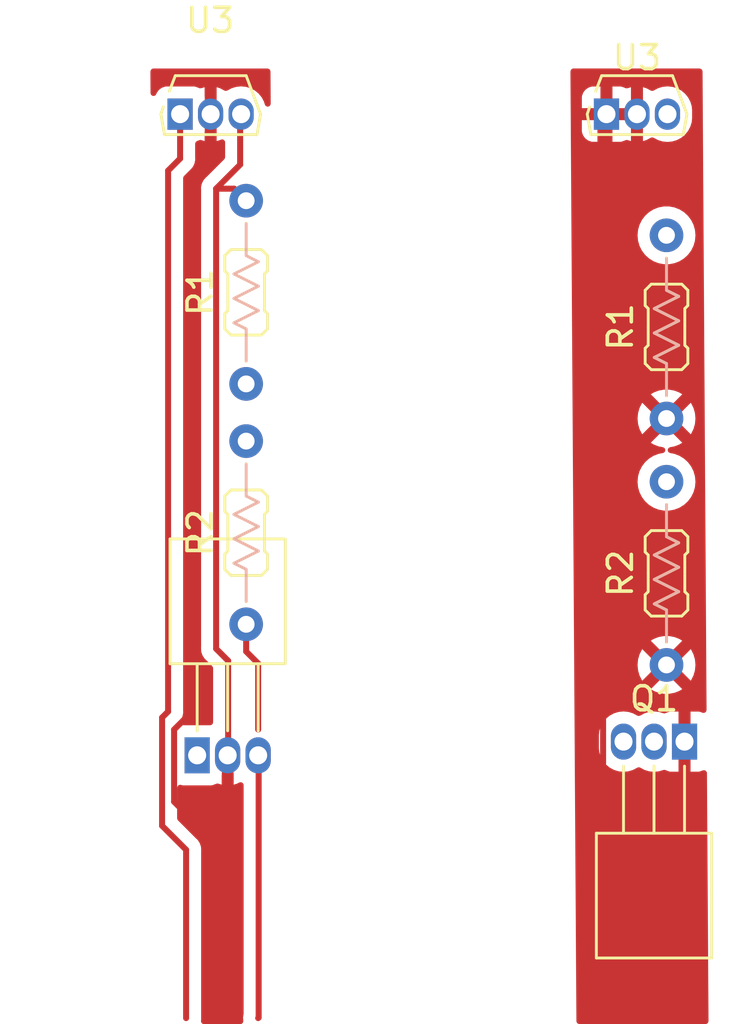
<source format=kicad_pcb>
(kicad_pcb (version 20221018) (generator pcbnew)
  (layers (0 "F.Cu" signal) (31 "B.Cu" signal) (34 "B.Paste" user) (35 "F.Paste" user) (36 "B.SilkS" user "B.Silkscreen") (37 "F.SilkS" user "F.Silkscreen") (38 "B.Mask" user) (39 "F.Mask" user) (44 "Edge.Cuts" user))
  (net 0 "")
  (net 1 "+5V")
  (net 2 "OUT")
  (net 3 "Net-(Q1-B)")
  (net 4 "GND")
  (footprint "Package_TO_SOT_THT:TO-92S" (layer "F.Cu") (at 94.65 47.9)
    (fp_text reference "U3" (at 1.25 -3.9) (layer "F.SilkS"))
    (fp_text value "A3144E")
    (fp_line (start -0.8 0) (end -0.65 0.85) (stroke (width 0.12)) (layer "F.SilkS"))
    (fp_line (start -0.7 -0.3) (end -0.8 0) (stroke (width 0.12)) (layer "F.SilkS"))
    (fp_line (start -0.65 0.85) (end 3.2 0.85) (stroke (width 0.12)) (layer "F.SilkS"))
    (fp_line (start -0.2 -1.6) (end -0.45 -0.95) (stroke (width 0.12)) (layer "F.SilkS"))
    (fp_line (start 2.75 -1.6) (end -0.2 -1.6) (stroke (width 0.12)) (layer "F.SilkS"))
    (fp_line (start 3.2 0.85) (end 3.35 0) (stroke (width 0.12)) (layer "F.SilkS"))
    (fp_line (start 3.35 0) (end 2.75 -1.6) (stroke (width 0.12)) (layer "F.SilkS"))
    (pad "1" thru_hole rect (at 0 0) (size 1.05 1.3) (drill 0.75) (layers "*.Cu" "*.Mask") (net 1 "+5V"))
    (pad "2" thru_hole oval (at 1.27 0) (size 1.05 1.3) (drill 0.75) (layers "*.Cu" "*.Mask") (net 4 "GND"))
    (pad "3" thru_hole oval (at 2.54 0) (size 1.05 1.3) (drill 0.75) (layers "*.Cu" "*.Mask") (net 3 "Net-(Q1-B)"))
  )
  (footprint "PCM_Resistor_THT_US_AKL_Double:R_Axial_DIN0204_L3.6mm_D1.6mm_P7.62mm_Horizontal" (layer "F.Cu") (at 97.4 69.12 90)
    (fp_text reference "R2" (at 3.81 -1.92 90) (layer "F.SilkS"))
    (fp_text value "0R_0603" hide)
    (fp_line (start 2.286 0) (end 0.9525 0) (stroke (width 0.12)) (layer "B.SilkS"))
    (fp_line (start 2.286 0) (end 2.54 -0.508) (stroke (width 0.12)) (layer "B.SilkS"))
    (fp_line (start 2.54 -0.508) (end 3.048 0.508) (stroke (width 0.12)) (layer "B.SilkS"))
    (fp_line (start 3.048 0.508) (end 3.556 -0.508) (stroke (width 0.12)) (layer "B.SilkS"))
    (fp_line (start 3.556 -0.508) (end 4.064 0.508) (stroke (width 0.12)) (layer "B.SilkS"))
    (fp_line (start 4.064 0.508) (end 4.572 -0.508) (stroke (width 0.12)) (layer "B.SilkS"))
    (fp_line (start 4.572 -0.508) (end 5.08 0.508) (stroke (width 0.12)) (layer "B.SilkS"))
    (fp_line (start 5.08 0.508) (end 5.334 0) (stroke (width 0.12)) (layer "B.SilkS"))
    (fp_line (start 5.334 0) (end 6.6675 0) (stroke (width 0.12)) (layer "B.SilkS"))
    (fp_line (start 0.94 0) (end 1.89 0) (stroke (width 0.12)) (layer "F.SilkS"))
    (fp_line (start 1.89 0) (end 2.032 0) (stroke (width 0.12)) (layer "F.SilkS"))
    (fp_line (start 2.032 -0.635) (end 2.286 -0.889) (stroke (width 0.12)) (layer "F.SilkS"))
    (fp_line (start 2.032 0.635) (end 2.032 -0.635) (stroke (width 0.12)) (layer "F.SilkS"))
    (fp_line (start 2.032 0.635) (end 2.286 0.889) (stroke (width 0.12)) (layer "F.SilkS"))
    (fp_line (start 2.286 -0.889) (end 2.921 -0.889) (stroke (width 0.12)) (layer "F.SilkS"))
    (fp_line (start 2.286 0) (end 2.032 0) (stroke (width 0.12)) (layer "F.SilkS"))
    (fp_line (start 2.286 0) (end 2.54 -0.508) (stroke (width 0.12)) (layer "F.SilkS"))
    (fp_line (start 2.286 0.889) (end 2.921 0.889) (stroke (width 0.12)) (layer "F.SilkS"))
    (fp_line (start 2.54 -0.508) (end 3.048 0.508) (stroke (width 0.12)) (layer "F.SilkS"))
    (fp_line (start 2.921 -0.889) (end 3.048 -0.762) (stroke (width 0.12)) (layer "F.SilkS"))
    (fp_line (start 2.921 0.889) (end 3.048 0.762) (stroke (width 0.12)) (layer "F.SilkS"))
    (fp_line (start 3.048 -0.762) (end 3.81 -0.762) (stroke (width 0.12)) (layer "F.SilkS"))
    (fp_line (start 3.048 0.508) (end 3.556 -0.508) (stroke (width 0.12)) (layer "F.SilkS"))
    (fp_line (start 3.048 0.762) (end 3.81 0.762) (stroke (width 0.12)) (layer "F.SilkS"))
    (fp_line (start 3.556 -0.508) (end 4.064 0.508) (stroke (width 0.12)) (layer "F.SilkS"))
    (fp_line (start 4.064 0.508) (end 4.572 -0.508) (stroke (width 0.12)) (layer "F.SilkS"))
    (fp_line (start 4.572 -0.762) (end 3.81 -0.762) (stroke (width 0.12)) (layer "F.SilkS"))
    (fp_line (start 4.572 -0.508) (end 5.08 0.508) (stroke (width 0.12)) (layer "F.SilkS"))
    (fp_line (start 4.572 0.762) (end 3.81 0.762) (stroke (width 0.12)) (layer "F.SilkS"))
    (fp_line (start 4.699 -0.889) (end 4.572 -0.762) (stroke (width 0.12)) (layer "F.SilkS"))
    (fp_line (start 4.699 0.889) (end 4.572 0.762) (stroke (width 0.12)) (layer "F.SilkS"))
    (fp_line (start 5.08 0.508) (end 5.334 0) (stroke (width 0.12)) (layer "F.SilkS"))
    (fp_line (start 5.334 -0.889) (end 4.699 -0.889) (stroke (width 0.12)) (layer "F.SilkS"))
    (fp_line (start 5.334 0) (end 5.588 0) (stroke (width 0.12)) (layer "F.SilkS"))
    (fp_line (start 5.334 0.889) (end 4.699 0.889) (stroke (width 0.12)) (layer "F.SilkS"))
    (fp_line (start 5.588 -0.635) (end 5.334 -0.889) (stroke (width 0.12)) (layer "F.SilkS"))
    (fp_line (start 5.588 -0.635) (end 5.588 0.635) (stroke (width 0.12)) (layer "F.SilkS"))
    (fp_line (start 5.588 0.635) (end 5.334 0.889) (stroke (width 0.12)) (layer "F.SilkS"))
    (fp_line (start 5.715 0) (end 5.588 0) (stroke (width 0.12)) (layer "F.SilkS"))
    (fp_line (start 6.68 0) (end 5.73 0) (stroke (width 0.12)) (layer "F.SilkS"))
    (pad "1" thru_hole circle (at 0 0 90) (size 1.4 1.4) (drill 0.7) (layers "*.Cu" "*.Mask") (net 1 "+5V"))
    (pad "2" thru_hole oval (at 7.62 0 90) (size 1.4 1.4) (drill 0.7) (layers "*.Cu" "*.Mask") (net 2 "OUT"))
  )
  (footprint "Package_TO_SOT_THT:TO-92_Inline_Horizontal2" (layer "F.Cu") (at 95.36 74.57)
    (fp_text reference "Q1" hide)
    (fp_text value "2N2222A")
    (fp_line (start -1.13 -9) (end -1.13 -3.81) (stroke (width 0.12)) (layer "F.SilkS"))
    (fp_line (start -1.13 -3.81) (end 3.67 -3.81) (stroke (width 0.12)) (layer "F.SilkS"))
    (fp_line (start 0 -1.02) (end 0 -3.81) (stroke (width 0.12)) (layer "F.SilkS"))
    (fp_line (start 1.27 -1.02) (end 1.27 -3.81) (stroke (width 0.12)) (layer "F.SilkS"))
    (fp_line (start 2.54 -1.02) (end 2.54 -3.81) (stroke (width 0.12)) (layer "F.SilkS"))
    (fp_line (start 3.67 -9) (end -1.13 -9) (stroke (width 0.12)) (layer "F.SilkS"))
    (fp_line (start 3.67 -3.81) (end 3.67 -9) (stroke (width 0.12)) (layer "F.SilkS"))
    (pad "1" thru_hole rect (at 0 0) (size 1.05 1.5) (drill 0.75) (layers "*.Cu" "*.Mask") (net 1 "+5V"))
    (pad "2" thru_hole oval (at 1.27 0) (size 1.05 1.5) (drill 0.75) (layers "*.Cu" "*.Mask") (net 4 "GND"))
    (pad "3" thru_hole oval (at 2.54 0) (size 1.05 1.5) (drill 0.75) (layers "*.Cu" "*.Mask") (net 2 "OUT"))
  )
  (footprint "Package_TO_SOT_THT:TO-92_Inline_Horizontal2" (layer "F.Cu") (at 115.65 74 180)
    (fp_text reference "Q1" (at 1.27 1.78) (layer "F.SilkS"))
    (fp_text value "2N2222A")
    (fp_line (start -1.13 -9) (end -1.13 -3.81) (stroke (width 0.12)) (layer "F.SilkS"))
    (fp_line (start -1.13 -3.81) (end 3.67 -3.81) (stroke (width 0.12)) (layer "F.SilkS"))
    (fp_line (start 0 -1.02) (end 0 -3.81) (stroke (width 0.12)) (layer "F.SilkS"))
    (fp_line (start 1.27 -1.02) (end 1.27 -3.81) (stroke (width 0.12)) (layer "F.SilkS"))
    (fp_line (start 2.54 -1.02) (end 2.54 -3.81) (stroke (width 0.12)) (layer "F.SilkS"))
    (fp_line (start 3.67 -9) (end -1.13 -9) (stroke (width 0.12)) (layer "F.SilkS"))
    (fp_line (start 3.67 -3.81) (end 3.67 -9) (stroke (width 0.12)) (layer "F.SilkS"))
    (pad "1" thru_hole rect (at 0 0 180) (size 1.05 1.5) (drill 0.75) (layers "*.Cu" "*.Mask") (net 1 "+5V"))
    (pad "2" thru_hole oval (at 1.27 0 180) (size 1.05 1.5) (drill 0.75) (layers "*.Cu" "*.Mask") (net 3 "Net-(Q1-B)"))
    (pad "3" thru_hole oval (at 2.54 0 180) (size 1.05 1.5) (drill 0.75) (layers "*.Cu" "*.Mask") (net 2 "OUT"))
  )
  (footprint "Package_TO_SOT_THT:TO-92S" (layer "F.Cu") (at 112.4 47.9)
    (fp_text reference "U3" (at 1.27 -2.35) (layer "F.SilkS"))
    (fp_text value "A3144E")
    (fp_line (start -0.8 0) (end -0.65 0.85) (stroke (width 0.12)) (layer "F.SilkS"))
    (fp_line (start -0.7 -0.3) (end -0.8 0) (stroke (width 0.12)) (layer "F.SilkS"))
    (fp_line (start -0.65 0.85) (end 3.2 0.85) (stroke (width 0.12)) (layer "F.SilkS"))
    (fp_line (start -0.2 -1.6) (end -0.45 -0.95) (stroke (width 0.12)) (layer "F.SilkS"))
    (fp_line (start 2.75 -1.6) (end -0.2 -1.6) (stroke (width 0.12)) (layer "F.SilkS"))
    (fp_line (start 3.2 0.85) (end 3.35 0) (stroke (width 0.12)) (layer "F.SilkS"))
    (fp_line (start 3.35 0) (end 2.75 -1.6) (stroke (width 0.12)) (layer "F.SilkS"))
    (pad "1" thru_hole rect (at 0 0) (size 1.05 1.3) (drill 0.75) (layers "*.Cu" "*.Mask") (net 1 "+5V"))
    (pad "2" thru_hole oval (at 1.27 0) (size 1.05 1.3) (drill 0.75) (layers "*.Cu" "*.Mask") (net 1 "+5V"))
    (pad "3" thru_hole oval (at 2.54 0) (size 1.05 1.3) (drill 0.75) (layers "*.Cu" "*.Mask") (net 3 "Net-(Q1-B)"))
  )
  (footprint "PCM_Resistor_THT_US_AKL_Double:R_Axial_DIN0204_L3.6mm_D1.6mm_P7.62mm_Horizontal" (layer "F.Cu") (at 97.4 59.12 90)
    (fp_text reference "R1" (at 3.81 -1.92 90) (layer "F.SilkS"))
    (fp_text value "0R_0603" hide)
    (fp_line (start 2.286 0) (end 0.9525 0) (stroke (width 0.12)) (layer "B.SilkS"))
    (fp_line (start 2.286 0) (end 2.54 -0.508) (stroke (width 0.12)) (layer "B.SilkS"))
    (fp_line (start 2.54 -0.508) (end 3.048 0.508) (stroke (width 0.12)) (layer "B.SilkS"))
    (fp_line (start 3.048 0.508) (end 3.556 -0.508) (stroke (width 0.12)) (layer "B.SilkS"))
    (fp_line (start 3.556 -0.508) (end 4.064 0.508) (stroke (width 0.12)) (layer "B.SilkS"))
    (fp_line (start 4.064 0.508) (end 4.572 -0.508) (stroke (width 0.12)) (layer "B.SilkS"))
    (fp_line (start 4.572 -0.508) (end 5.08 0.508) (stroke (width 0.12)) (layer "B.SilkS"))
    (fp_line (start 5.08 0.508) (end 5.334 0) (stroke (width 0.12)) (layer "B.SilkS"))
    (fp_line (start 5.334 0) (end 6.6675 0) (stroke (width 0.12)) (layer "B.SilkS"))
    (fp_line (start 0.94 0) (end 1.89 0) (stroke (width 0.12)) (layer "F.SilkS"))
    (fp_line (start 1.89 0) (end 2.032 0) (stroke (width 0.12)) (layer "F.SilkS"))
    (fp_line (start 2.032 -0.635) (end 2.286 -0.889) (stroke (width 0.12)) (layer "F.SilkS"))
    (fp_line (start 2.032 0.635) (end 2.032 -0.635) (stroke (width 0.12)) (layer "F.SilkS"))
    (fp_line (start 2.032 0.635) (end 2.286 0.889) (stroke (width 0.12)) (layer "F.SilkS"))
    (fp_line (start 2.286 -0.889) (end 2.921 -0.889) (stroke (width 0.12)) (layer "F.SilkS"))
    (fp_line (start 2.286 0) (end 2.032 0) (stroke (width 0.12)) (layer "F.SilkS"))
    (fp_line (start 2.286 0) (end 2.54 -0.508) (stroke (width 0.12)) (layer "F.SilkS"))
    (fp_line (start 2.286 0.889) (end 2.921 0.889) (stroke (width 0.12)) (layer "F.SilkS"))
    (fp_line (start 2.54 -0.508) (end 3.048 0.508) (stroke (width 0.12)) (layer "F.SilkS"))
    (fp_line (start 2.921 -0.889) (end 3.048 -0.762) (stroke (width 0.12)) (layer "F.SilkS"))
    (fp_line (start 2.921 0.889) (end 3.048 0.762) (stroke (width 0.12)) (layer "F.SilkS"))
    (fp_line (start 3.048 -0.762) (end 3.81 -0.762) (stroke (width 0.12)) (layer "F.SilkS"))
    (fp_line (start 3.048 0.508) (end 3.556 -0.508) (stroke (width 0.12)) (layer "F.SilkS"))
    (fp_line (start 3.048 0.762) (end 3.81 0.762) (stroke (width 0.12)) (layer "F.SilkS"))
    (fp_line (start 3.556 -0.508) (end 4.064 0.508) (stroke (width 0.12)) (layer "F.SilkS"))
    (fp_line (start 4.064 0.508) (end 4.572 -0.508) (stroke (width 0.12)) (layer "F.SilkS"))
    (fp_line (start 4.572 -0.762) (end 3.81 -0.762) (stroke (width 0.12)) (layer "F.SilkS"))
    (fp_line (start 4.572 -0.508) (end 5.08 0.508) (stroke (width 0.12)) (layer "F.SilkS"))
    (fp_line (start 4.572 0.762) (end 3.81 0.762) (stroke (width 0.12)) (layer "F.SilkS"))
    (fp_line (start 4.699 -0.889) (end 4.572 -0.762) (stroke (width 0.12)) (layer "F.SilkS"))
    (fp_line (start 4.699 0.889) (end 4.572 0.762) (stroke (width 0.12)) (layer "F.SilkS"))
    (fp_line (start 5.08 0.508) (end 5.334 0) (stroke (width 0.12)) (layer "F.SilkS"))
    (fp_line (start 5.334 -0.889) (end 4.699 -0.889) (stroke (width 0.12)) (layer "F.SilkS"))
    (fp_line (start 5.334 0) (end 5.588 0) (stroke (width 0.12)) (layer "F.SilkS"))
    (fp_line (start 5.334 0.889) (end 4.699 0.889) (stroke (width 0.12)) (layer "F.SilkS"))
    (fp_line (start 5.588 -0.635) (end 5.334 -0.889) (stroke (width 0.12)) (layer "F.SilkS"))
    (fp_line (start 5.588 -0.635) (end 5.588 0.635) (stroke (width 0.12)) (layer "F.SilkS"))
    (fp_line (start 5.588 0.635) (end 5.334 0.889) (stroke (width 0.12)) (layer "F.SilkS"))
    (fp_line (start 5.715 0) (end 5.588 0) (stroke (width 0.12)) (layer "F.SilkS"))
    (fp_line (start 6.68 0) (end 5.73 0) (stroke (width 0.12)) (layer "F.SilkS"))
    (pad "1" thru_hole circle (at 0 0 90) (size 1.4 1.4) (drill 0.7) (layers "*.Cu" "*.Mask") (net 1 "+5V"))
    (pad "2" thru_hole oval (at 7.62 0 90) (size 1.4 1.4) (drill 0.7) (layers "*.Cu" "*.Mask") (net 3 "Net-(Q1-B)"))
  )
  (footprint "PCM_Resistor_THT_US_AKL_Double:R_Axial_DIN0204_L3.6mm_D1.6mm_P7.62mm_Horizontal" (layer "F.Cu") (at 114.9 70.81 90)
    (fp_text reference "R2" (at 3.81 -1.92 90) (layer "F.SilkS"))
    (fp_text value "0R_0603" hide)
    (fp_line (start 2.286 0) (end 0.9525 0) (stroke (width 0.12)) (layer "B.SilkS"))
    (fp_line (start 2.286 0) (end 2.54 -0.508) (stroke (width 0.12)) (layer "B.SilkS"))
    (fp_line (start 2.54 -0.508) (end 3.048 0.508) (stroke (width 0.12)) (layer "B.SilkS"))
    (fp_line (start 3.048 0.508) (end 3.556 -0.508) (stroke (width 0.12)) (layer "B.SilkS"))
    (fp_line (start 3.556 -0.508) (end 4.064 0.508) (stroke (width 0.12)) (layer "B.SilkS"))
    (fp_line (start 4.064 0.508) (end 4.572 -0.508) (stroke (width 0.12)) (layer "B.SilkS"))
    (fp_line (start 4.572 -0.508) (end 5.08 0.508) (stroke (width 0.12)) (layer "B.SilkS"))
    (fp_line (start 5.08 0.508) (end 5.334 0) (stroke (width 0.12)) (layer "B.SilkS"))
    (fp_line (start 5.334 0) (end 6.6675 0) (stroke (width 0.12)) (layer "B.SilkS"))
    (fp_line (start 0.94 0) (end 1.89 0) (stroke (width 0.12)) (layer "F.SilkS"))
    (fp_line (start 1.89 0) (end 2.032 0) (stroke (width 0.12)) (layer "F.SilkS"))
    (fp_line (start 2.032 -0.635) (end 2.286 -0.889) (stroke (width 0.12)) (layer "F.SilkS"))
    (fp_line (start 2.032 0.635) (end 2.032 -0.635) (stroke (width 0.12)) (layer "F.SilkS"))
    (fp_line (start 2.032 0.635) (end 2.286 0.889) (stroke (width 0.12)) (layer "F.SilkS"))
    (fp_line (start 2.286 -0.889) (end 2.921 -0.889) (stroke (width 0.12)) (layer "F.SilkS"))
    (fp_line (start 2.286 0) (end 2.032 0) (stroke (width 0.12)) (layer "F.SilkS"))
    (fp_line (start 2.286 0) (end 2.54 -0.508) (stroke (width 0.12)) (layer "F.SilkS"))
    (fp_line (start 2.286 0.889) (end 2.921 0.889) (stroke (width 0.12)) (layer "F.SilkS"))
    (fp_line (start 2.54 -0.508) (end 3.048 0.508) (stroke (width 0.12)) (layer "F.SilkS"))
    (fp_line (start 2.921 -0.889) (end 3.048 -0.762) (stroke (width 0.12)) (layer "F.SilkS"))
    (fp_line (start 2.921 0.889) (end 3.048 0.762) (stroke (width 0.12)) (layer "F.SilkS"))
    (fp_line (start 3.048 -0.762) (end 3.81 -0.762) (stroke (width 0.12)) (layer "F.SilkS"))
    (fp_line (start 3.048 0.508) (end 3.556 -0.508) (stroke (width 0.12)) (layer "F.SilkS"))
    (fp_line (start 3.048 0.762) (end 3.81 0.762) (stroke (width 0.12)) (layer "F.SilkS"))
    (fp_line (start 3.556 -0.508) (end 4.064 0.508) (stroke (width 0.12)) (layer "F.SilkS"))
    (fp_line (start 4.064 0.508) (end 4.572 -0.508) (stroke (width 0.12)) (layer "F.SilkS"))
    (fp_line (start 4.572 -0.762) (end 3.81 -0.762) (stroke (width 0.12)) (layer "F.SilkS"))
    (fp_line (start 4.572 -0.508) (end 5.08 0.508) (stroke (width 0.12)) (layer "F.SilkS"))
    (fp_line (start 4.572 0.762) (end 3.81 0.762) (stroke (width 0.12)) (layer "F.SilkS"))
    (fp_line (start 4.699 -0.889) (end 4.572 -0.762) (stroke (width 0.12)) (layer "F.SilkS"))
    (fp_line (start 4.699 0.889) (end 4.572 0.762) (stroke (width 0.12)) (layer "F.SilkS"))
    (fp_line (start 5.08 0.508) (end 5.334 0) (stroke (width 0.12)) (layer "F.SilkS"))
    (fp_line (start 5.334 -0.889) (end 4.699 -0.889) (stroke (width 0.12)) (layer "F.SilkS"))
    (fp_line (start 5.334 0) (end 5.588 0) (stroke (width 0.12)) (layer "F.SilkS"))
    (fp_line (start 5.334 0.889) (end 4.699 0.889) (stroke (width 0.12)) (layer "F.SilkS"))
    (fp_line (start 5.588 -0.635) (end 5.334 -0.889) (stroke (width 0.12)) (layer "F.SilkS"))
    (fp_line (start 5.588 -0.635) (end 5.588 0.635) (stroke (width 0.12)) (layer "F.SilkS"))
    (fp_line (start 5.588 0.635) (end 5.334 0.889) (stroke (width 0.12)) (layer "F.SilkS"))
    (fp_line (start 5.715 0) (end 5.588 0) (stroke (width 0.12)) (layer "F.SilkS"))
    (fp_line (start 6.68 0) (end 5.73 0) (stroke (width 0.12)) (layer "F.SilkS"))
    (pad "1" thru_hole circle (at 0 0 90) (size 1.4 1.4) (drill 0.7) (layers "*.Cu" "*.Mask") (net 1 "+5V"))
    (pad "2" thru_hole oval (at 7.62 0 90) (size 1.4 1.4) (drill 0.7) (layers "*.Cu" "*.Mask") (net 2 "OUT"))
  )
  (footprint "PCM_Resistor_THT_US_AKL_Double:R_Axial_DIN0204_L3.6mm_D1.6mm_P7.62mm_Horizontal" (layer "F.Cu") (at 114.9 60.56 90)
    (fp_text reference "R1" (at 3.81 -1.92 90) (layer "F.SilkS"))
    (fp_text value "0R_0603" hide)
    (fp_line (start 2.286 0) (end 0.9525 0) (stroke (width 0.12)) (layer "B.SilkS"))
    (fp_line (start 2.286 0) (end 2.54 -0.508) (stroke (width 0.12)) (layer "B.SilkS"))
    (fp_line (start 2.54 -0.508) (end 3.048 0.508) (stroke (width 0.12)) (layer "B.SilkS"))
    (fp_line (start 3.048 0.508) (end 3.556 -0.508) (stroke (width 0.12)) (layer "B.SilkS"))
    (fp_line (start 3.556 -0.508) (end 4.064 0.508) (stroke (width 0.12)) (layer "B.SilkS"))
    (fp_line (start 4.064 0.508) (end 4.572 -0.508) (stroke (width 0.12)) (layer "B.SilkS"))
    (fp_line (start 4.572 -0.508) (end 5.08 0.508) (stroke (width 0.12)) (layer "B.SilkS"))
    (fp_line (start 5.08 0.508) (end 5.334 0) (stroke (width 0.12)) (layer "B.SilkS"))
    (fp_line (start 5.334 0) (end 6.6675 0) (stroke (width 0.12)) (layer "B.SilkS"))
    (fp_line (start 0.94 0) (end 1.89 0) (stroke (width 0.12)) (layer "F.SilkS"))
    (fp_line (start 1.89 0) (end 2.032 0) (stroke (width 0.12)) (layer "F.SilkS"))
    (fp_line (start 2.032 -0.635) (end 2.286 -0.889) (stroke (width 0.12)) (layer "F.SilkS"))
    (fp_line (start 2.032 0.635) (end 2.032 -0.635) (stroke (width 0.12)) (layer "F.SilkS"))
    (fp_line (start 2.032 0.635) (end 2.286 0.889) (stroke (width 0.12)) (layer "F.SilkS"))
    (fp_line (start 2.286 -0.889) (end 2.921 -0.889) (stroke (width 0.12)) (layer "F.SilkS"))
    (fp_line (start 2.286 0) (end 2.032 0) (stroke (width 0.12)) (layer "F.SilkS"))
    (fp_line (start 2.286 0) (end 2.54 -0.508) (stroke (width 0.12)) (layer "F.SilkS"))
    (fp_line (start 2.286 0.889) (end 2.921 0.889) (stroke (width 0.12)) (layer "F.SilkS"))
    (fp_line (start 2.54 -0.508) (end 3.048 0.508) (stroke (width 0.12)) (layer "F.SilkS"))
    (fp_line (start 2.921 -0.889) (end 3.048 -0.762) (stroke (width 0.12)) (layer "F.SilkS"))
    (fp_line (start 2.921 0.889) (end 3.048 0.762) (stroke (width 0.12)) (layer "F.SilkS"))
    (fp_line (start 3.048 -0.762) (end 3.81 -0.762) (stroke (width 0.12)) (layer "F.SilkS"))
    (fp_line (start 3.048 0.508) (end 3.556 -0.508) (stroke (width 0.12)) (layer "F.SilkS"))
    (fp_line (start 3.048 0.762) (end 3.81 0.762) (stroke (width 0.12)) (layer "F.SilkS"))
    (fp_line (start 3.556 -0.508) (end 4.064 0.508) (stroke (width 0.12)) (layer "F.SilkS"))
    (fp_line (start 4.064 0.508) (end 4.572 -0.508) (stroke (width 0.12)) (layer "F.SilkS"))
    (fp_line (start 4.572 -0.762) (end 3.81 -0.762) (stroke (width 0.12)) (layer "F.SilkS"))
    (fp_line (start 4.572 -0.508) (end 5.08 0.508) (stroke (width 0.12)) (layer "F.SilkS"))
    (fp_line (start 4.572 0.762) (end 3.81 0.762) (stroke (width 0.12)) (layer "F.SilkS"))
    (fp_line (start 4.699 -0.889) (end 4.572 -0.762) (stroke (width 0.12)) (layer "F.SilkS"))
    (fp_line (start 4.699 0.889) (end 4.572 0.762) (stroke (width 0.12)) (layer "F.SilkS"))
    (fp_line (start 5.08 0.508) (end 5.334 0) (stroke (width 0.12)) (layer "F.SilkS"))
    (fp_line (start 5.334 -0.889) (end 4.699 -0.889) (stroke (width 0.12)) (layer "F.SilkS"))
    (fp_line (start 5.334 0) (end 5.588 0) (stroke (width 0.12)) (layer "F.SilkS"))
    (fp_line (start 5.334 0.889) (end 4.699 0.889) (stroke (width 0.12)) (layer "F.SilkS"))
    (fp_line (start 5.588 -0.635) (end 5.334 -0.889) (stroke (width 0.12)) (layer "F.SilkS"))
    (fp_line (start 5.588 -0.635) (end 5.588 0.635) (stroke (width 0.12)) (layer "F.SilkS"))
    (fp_line (start 5.588 0.635) (end 5.334 0.889) (stroke (width 0.12)) (layer "F.SilkS"))
    (fp_line (start 5.715 0) (end 5.588 0) (stroke (width 0.12)) (layer "F.SilkS"))
    (fp_line (start 6.68 0) (end 5.73 0) (stroke (width 0.12)) (layer "F.SilkS"))
    (pad "1" thru_hole circle (at 0 0 90) (size 1.4 1.4) (drill 0.7) (layers "*.Cu" "*.Mask") (net 1 "+5V"))
    (pad "2" thru_hole oval (at 7.62 0 90) (size 1.4 1.4) (drill 0.7) (layers "*.Cu" "*.Mask") (net 3 "Net-(Q1-B)"))
  )
  (gr_rect (start 88.72 48.54) (end 88.72 48.54) (stroke (width 0.2)) (fill none) (layer "B.Cu"))
  (segment (start 112.9 52) (end 112.9 71.75) (width 0.25) (layer "F.Cu") (net 1))
  (segment (start 113.67 51.23) (end 113.4 51.5) (width 0.25) (layer "F.Cu") (net 1))
  (segment (start 94.15 50.25) (end 94.15 72.75) (width 0.25) (layer "F.Cu") (net 1))
  (segment (start 94.65 49.75) (end 94.15 50.25) (width 0.25) (layer "F.Cu") (net 1))
  (segment (start 112.26 75.61) (end 112.9 76.25) (width 0.25) (layer "F.Cu") (net 1))
  (segment (start 93.9 77.5) (end 94.9 78.5) (width 0.25) (layer "F.Cu") (net 1))
  (segment (start 93.9 73) (end 93.9 77.5) (width 0.25) (layer "F.Cu") (net 1))
  (segment (start 97.9 70.75) (end 97.9 73.495) (width 0.25) (layer "F.Cu") (net 1))
  (segment (start 94.9 78.5) (end 94.9 85.5) (width 0.25) (layer "F.Cu") (net 1))
  (segment (start 111.65 77.25) (end 112.15 77.75) (width 0.25) (layer "F.Cu") (net 1))
  (segment (start 112.15 71) (end 111.65 71.5) (width 0.25) (layer "F.Cu") (net 1))
  (segment (start 113.4 51.5) (end 112.9 52) (width 0.25) (layer "F.Cu") (net 1))
  (segment (start 112.15 47.9) (end 112.15 71) (width 0.25) (layer "F.Cu") (net 1))
  (segment (start 97.4 70.25) (end 97.9 70.75) (width 0.25) (layer "F.Cu") (net 1))
  (segment (start 94.65 47.9) (end 94.65 49.75) (width 0.25) (layer "F.Cu") (net 1))
  (segment (start 112.9 76.25) (end 112.9 85.5) (width 0.25) (layer "F.Cu") (net 1))
  (segment (start 112.9 71.75) (end 112.4 72.25) (width 0.25) (layer "F.Cu") (net 1))
  (segment (start 94.15 72.75) (end 93.9 73) (width 0.25) (layer "F.Cu") (net 1))
  (segment (start 113.67 47.9) (end 113.67 51.23) (width 0.25) (layer "F.Cu") (net 1))
  (segment (start 112.15 77.75) (end 112.15 85.5) (width 0.25) (layer "F.Cu") (net 1))
  (segment (start 112.4 72.25) (end 112.26 72.39) (width 0.25) (layer "F.Cu") (net 1))
  (segment (start 97.4 69.12) (end 97.4 70.25) (width 0.25) (layer "F.Cu") (net 1))
  (segment (start 111.65 71.5) (end 111.65 77.25) (width 0.25) (layer "F.Cu") (net 1))
  (segment (start 112.26 72.39) (end 112.26 75.61) (width 0.25) (layer "F.Cu") (net 1))
  (segment (start 97.92 74.57) (end 97.92 85.48) (width 0.25) (layer "F.Cu") (net 2))
  (segment (start 97.92 74.98) (end 97.9 75) (width 0.25) (layer "F.Cu") (net 2))
  (segment (start 97.92 85.48) (end 97.9 85.5) (width 0.25) (layer "F.Cu") (net 2))
  (segment (start 97.92 74.75) (end 97.92 74.98) (width 0.25) (layer "F.Cu") (net 2))
  (segment (start 96.9 51) (end 96.15 51) (width 0.25) (layer "F.Cu") (net 3))
  (segment (start 97.4 51.5) (end 96.9 51) (width 0.25) (layer "F.Cu") (net 3))
  (segment (start 96.15 51) (end 96.15 70.136396) (width 0.25) (layer "F.Cu") (net 3))
  (segment (start 97.15 50) (end 96.15 51) (width 0.25) (layer "F.Cu") (net 3))
  (segment (start 97.19 47.9) (end 97.19 47.96) (width 0.25) (layer "F.Cu") (net 3))
  (segment (start 96.15 70.136396) (end 96.65 70.636396) (width 0.25) (layer "F.Cu") (net 3))
  (segment (start 97.19 47.96) (end 97.15 48) (width 0.25) (layer "F.Cu") (net 3))
  (segment (start 96.65 70.636396) (end 96.65 74.57) (width 0.25) (layer "F.Cu") (net 3))
  (segment (start 97.15 48) (end 97.15 50) (width 0.25) (layer "F.Cu") (net 3))
  (segment (start 95.15 50.75) (end 95.15 72.75) (width 0.25) (layer "F.Cu") (net 4))
  (segment (start 95.92 47.9) (end 95.92 49.98) (width 0.25) (layer "F.Cu") (net 4))
  (segment (start 96.4 78.5) (end 96.4 85.5) (width 0.25) (layer "F.Cu") (net 4))
  (segment (start 94.4 73.5) (end 94.4 76.5) (width 0.25) (layer "F.Cu") (net 4))
  (segment (start 95.15 72.75) (end 94.4 73.5) (width 0.25) (layer "F.Cu") (net 4))
  (segment (start 94.4 76.5) (end 96.4 78.5) (width 0.25) (layer "F.Cu") (net 4))
  (segment (start 95.92 49.98) (end 95.15 50.75) (width 0.25) (layer "F.Cu") (net 4))
  (zone (net 1) (net_name "+5V") (layer "F.Cu") (connect_pads (clearance 0.5)) (min_thickness 0.25) (fill yes (thermal_gap 0.5) (thermal_bridge_width 0.5))
    (polygon (pts (xy 110.9 46) (xy 116.4 46) (xy 116.65 85.75) (xy 111.15 85.75)))
  )
  (zone (net 4) (net_name "GND") (layer "F.Cu") (connect_pads (clearance 0.5)) (min_thickness 0.25) (fill yes (thermal_gap 0.5) (thermal_bridge_width 0.5))
    (polygon (pts (xy 93.412588 46.001493) (xy 98.412588 46.001493) (xy 98.662588 85.751493) (xy 93.662588 85.751493)))
  )
)
</source>
